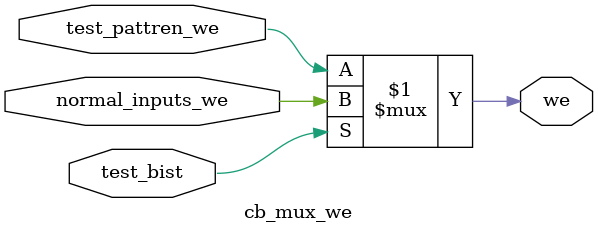
<source format=v>
module cb_mux_we(
    normal_inputs_we, 
    test_pattren_we, 
    test_bist, 
    
    we
);

input normal_inputs_we;
input test_pattren_we;
input test_bist;
output we;

wire we;

assign we = (test_bist)? normal_inputs_we:test_pattren_we;

endmodule

</source>
